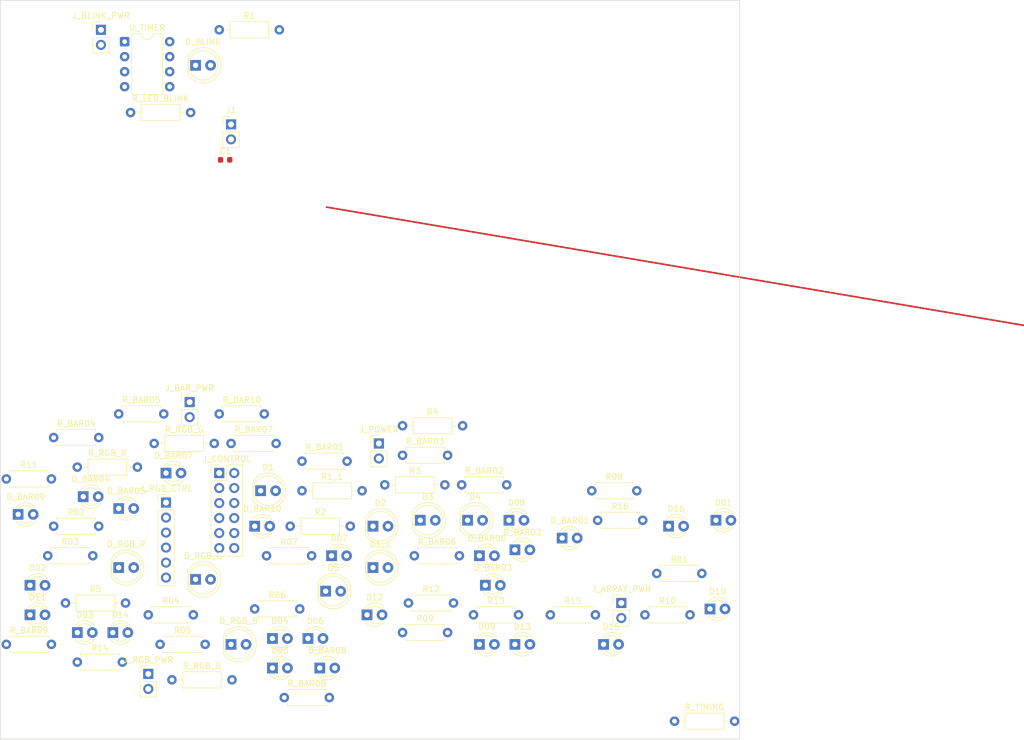
<source format=kicad_pcb>
(kicad_pcb (version 20241229) (generator "pcbnew") (generator_version "9.0")
  (layers (0 "F.Cu" signal) (2 "B.Cu" signal) (13 "F.Paste" user) (15 "B.Paste" user) (5 "F.SilkS" user "F.Silkscreen") (7 "B.SilkS" user "B.Silkscreen") (1 "F.Mask" user) (3 "B.Mask" user) (25 "Edge.Cuts" user))
  (net 0 "")
  (net 1 "SIGNAL")
  (net 2 "VCC")
  (net 3 "GND")
  (net 4 "VCC_2")
  (net 5 "N$11")
  (net 6 "LED_CTRL_10")
  (net 7 "N$32")
  (net 8 "LED_CTRL_9")
  (net 9 "N$31")
  (net 10 "LED_CTRL_8")
  (net 11 "N$30")
  (net 12 "N$29")
  (net 13 "LED_CTRL_7")
  (net 14 "LED_CTRL_5")
  (net 15 "N$27")
  (net 16 "N$26")
  (net 17 "LED_CTRL_4")
  (net 18 "LED_CTRL_3")
  (net 19 "N$25")
  (net 20 "LED_CTRL_2")
  (net 21 "N$24")
  (net 22 "LED_CTRL_1")
  (net 23 "N$23")
  (net 24 "N$16")
  (net 25 "N$15")
  (net 26 "N$14")
  (net 27 "N$12")
  (net 28 "N$13")
  (net 29 "LED_CTRL_6")
  (net 30 "N$28")
  (net 31 "N$22")
  (net 32 "N$21")
  (net 33 "N$10")
  (net 34 "N$9")
  (net 35 "N$20")
  (net 36 "N$8")
  (net 37 "N$7")
  (net 38 "N$19")
  (net 39 "N$18")
  (net 40 "N$17")
  (net 41 "N$2")
  (net 42 "VCC_1")
  (net 43 "N$6")
  (net 44 "N$5")
  (net 45 "N$4")
  (net 46 "N$3")
  (net 47 "N$1")
  (net 48 "TIMER_OUTPUT")
  (net 49 "N$36")
  (net 50 "RGB_BLUE_CTRL")
  (net 51 "N$35")
  (net 52 "RGB_GREEN_CTRL")
  (net 53 "N$34")
  (net 54 "RGB_RED_CTRL")
  (net 55 "N$33")
  (net 56 "VCC_5")
  (net 57 "GND_5")
  (net 58 "GND_4")
  (net 59 "GND_1")
  (net 60 "GND_2")
  (net 61 "GND_3")
  (net 62 "VCC_3")
  (net 63 "VCC_4")
  (footprint "LED_THT:LED_D3.0mm" (layer "F.Cu") (at 81 94)
    (property "Reference" "D_BAR06" (at 1.27 -2.96 0) (layer "F.SilkS"))
    (property "Value" "Green")
    (pad "1" thru_hole rect (at 0 0) (size 1.8 1.8) (drill 0.9) (layers "*.Cu" "*.Mask") (net 30 "N$28"))
    (pad "2" thru_hole circle (at 2.54 0) (size 1.8 1.8) (drill 0.9) (layers "*.Cu" "*.Mask") (net 61 "GND_3"))
  )
  (footprint "LED_THT:LED_D3.0mm" (layer "F.Cu") (at 54 113)
    (property "Reference" "D_BAR08" (at 1.27 -2.96 0) (layer "F.SilkS"))
    (property "Value" "Yellow")
    (pad "1" thru_hole rect (at 0 0) (size 1.8 1.8) (drill 0.9) (layers "*.Cu" "*.Mask") (net 11 "N$30"))
    (pad "2" thru_hole circle (at 2.54 0) (size 1.8 1.8) (drill 0.9) (layers "*.Cu" "*.Mask") (net 61 "GND_3"))
  )
  (footprint "Resistor_THT:R_Axial_DIN0207_L6.3mm_D2.5mm_P7.62mm_Horizontal" (layer "F.Cu") (at 93 104)
    (property "Reference" "R15" (at 3.81 -2.37 0) (layer "F.SilkS"))
    (property "Value" "470")
    (pad "1" thru_hole circle (at 0 0) (size 1.6 1.6) (drill 0.8) (layers "*.Cu" "*.Mask") (net 4 "VCC_2"))
    (pad "2" thru_hole circle (at 7.62 0) (size 1.6 1.6) (drill 0.8) (layers "*.Cu" "*.Mask") (net 32 "N$21"))
  )
  (footprint "LED_THT:LED_D5.0mm" (layer "F.Cu") (at 20 96)
    (property "Reference" "D_RGB_R" (at 1.27 -3.96 0) (layer "F.SilkS"))
    (property "Value" "Red")
    (pad "1" thru_hole rect (at 0 0) (size 1.8 1.8) (drill 0.9) (layers "*.Cu" "*.Mask") (net 55 "N$33"))
    (pad "2" thru_hole circle (at 2.54 0) (size 1.8 1.8) (drill 0.9) (layers "*.Cu" "*.Mask") (net 58 "GND_4"))
  )
  (footprint "Resistor_THT:R_Axial_DIN0207_L6.3mm_D2.5mm_P7.62mm_Horizontal" (layer "F.Cu") (at 1 109)
    (property "Reference" "R_BAR09" (at 3.81 -2.37 0) (layer "F.SilkS"))
    (property "Value" "470")
    (pad "1" thru_hole circle (at 0 0) (size 1.6 1.6) (drill 0.8) (layers "*.Cu" "*.Mask") (net 8 "LED_CTRL_9"))
    (pad "2" thru_hole circle (at 7.62 0) (size 1.6 1.6) (drill 0.8) (layers "*.Cu" "*.Mask") (net 9 "N$31"))
  )
  (footprint "Connector_PinHeader_2.54mm:PinHeader_1x06_P2.54mm_Vertical" (layer "F.Cu") (at 28 85)
    (property "Reference" "J_RGB_CTRL" (at 0 -2.38 0) (layer "F.SilkS"))
    (property "Value" "Conn_01x06_Pin")
    (pad "1" thru_hole rect (at 0 0) (size 1.7 1.7) (drill 1) (layers "*.Cu" "*.Mask") (net 54 "RGB_RED_CTRL"))
    (pad "2" thru_hole circle (at 0 2.54) (size 1.7 1.7) (drill 1) (layers "*.Cu" "*.Mask") (net 52 "RGB_GREEN_CTRL"))
    (pad "3" thru_hole circle (at 0 5.08) (size 1.7 1.7) (drill 1) (layers "*.Cu" "*.Mask") (net 50 "RGB_BLUE_CTRL"))
    (pad "4" thru_hole circle (at 0 7.62) (size 1.7 1.7) (drill 1) (layers "*.Cu" "*.Mask"))
    (pad "5" thru_hole circle (at 0 10.16) (size 1.7 1.7) (drill 1) (layers "*.Cu" "*.Mask") (net 63 "VCC_4"))
    (pad "6" thru_hole circle (at 0 12.7) (size 1.7 1.7) (drill 1) (layers "*.Cu" "*.Mask") (net 58 "GND_4"))
  )
  (footprint "Resistor_THT:R_Axial_DIN0207_L6.3mm_D2.5mm_P7.62mm_Horizontal" (layer "F.Cu") (at 37 70)
    (property "Reference" "R_BAR10" (at 3.81 -2.37 0) (layer "F.SilkS"))
    (property "Value" "470")
    (pad "1" thru_hole circle (at 0 0) (size 1.6 1.6) (drill 0.8) (layers "*.Cu" "*.Mask") (net 6 "LED_CTRL_10"))
    (pad "2" thru_hole circle (at 7.62 0) (size 1.6 1.6) (drill 0.8) (layers "*.Cu" "*.Mask") (net 7 "N$32"))
  )
  (footprint "LED_THT:LED_D3.0mm" (layer "F.Cu") (at 102 109)
    (property "Reference" "D15" (at 1.27 -2.96 0) (layer "F.SilkS"))
    (property "Value" "Red")
    (pad "1" thru_hole rect (at 0 0) (size 1.8 1.8) (drill 0.9) (layers "*.Cu" "*.Mask") (net 32 "N$21"))
    (pad "2" thru_hole circle (at 2.54 0) (size 1.8 1.8) (drill 0.9) (layers "*.Cu" "*.Mask") (net 60 "GND_2"))
  )
  (footprint "Connector_PinHeader_2.54mm:PinHeader_2x06_P2.54mm_Vertical" (layer "F.Cu") (at 37 80)
    (property "Reference" "J_CONTROL" (at 1.27 -2.38 0) (layer "F.SilkS"))
    (property "Value" "Conn_02x06_Odd_Even")
    (pad "1" thru_hole rect (at 0 0) (size 1.7 1.7) (drill 1) (layers "*.Cu" "*.Mask") (net 22 "LED_CTRL_1"))
    (pad "2" thru_hole circle (at 2.54 0) (size 1.7 1.7) (drill 1) (layers "*.Cu" "*.Mask") (net 20 "LED_CTRL_2"))
    (pad "3" thru_hole circle (at 0 2.54) (size 1.7 1.7) (drill 1) (layers "*.Cu" "*.Mask") (net 18 "LED_CTRL_3"))
    (pad "4" thru_hole circle (at 2.54 2.54) (size 1.7 1.7) (drill 1) (layers "*.Cu" "*.Mask") (net 17 "LED_CTRL_4"))
    (pad "5" thru_hole circle (at 0 5.08) (size 1.7 1.7) (drill 1) (layers "*.Cu" "*.Mask") (net 14 "LED_CTRL_5"))
    (pad "6" thru_hole circle (at 2.54 5.08) (size 1.7 1.7) (drill 1) (layers "*.Cu" "*.Mask") (net 29 "LED_CTRL_6"))
    (pad "7" thru_hole circle (at 0 7.62) (size 1.7 1.7) (drill 1) (layers "*.Cu" "*.Mask") (net 13 "LED_CTRL_7"))
    (pad "8" thru_hole circle (at 2.54 7.62) (size 1.7 1.7) (drill 1) (layers "*.Cu" "*.Mask") (net 10 "LED_CTRL_8"))
    (pad "9" thru_hole circle (at 0 10.16) (size 1.7 1.7) (drill 1) (layers "*.Cu" "*.Mask") (net 8 "LED_CTRL_9"))
    (pad "10" thru_hole circle (at 2.54 10.16) (size 1.7 1.7) (drill 1) (layers "*.Cu" "*.Mask") (net 6 "LED_CTRL_10"))
    (pad "11" thru_hole circle (at 0 12.7) (size 1.7 1.7) (drill 1) (layers "*.Cu" "*.Mask") (net 62 "VCC_3"))
    (pad "12" thru_hole circle (at 2.54 12.7) (size 1.7 1.7) (drill 1) (layers "*.Cu" "*.Mask") (net 61 "GND_3"))
  )
  (footprint "Resistor_THT:R_Axial_DIN0207_L6.3mm_D2.5mm_P7.62mm_Horizontal" (layer "F.Cu") (at 13 112)
    (property "Reference" "R14" (at 3.81 -2.37 0) (layer "F.SilkS"))
    (property "Value" "470")
    (pad "1" thru_hole circle (at 0 0) (size 1.6 1.6) (drill 0.8) (layers "*.Cu" "*.Mask") (net 4 "VCC_2"))
    (pad "2" thru_hole circle (at 7.62 0) (size 1.6 1.6) (drill 0.8) (layers "*.Cu" "*.Mask") (net 35 "N$20"))
  )
  (footprint "Resistor_THT:R_Axial_DIN0207_L6.3mm_D2.5mm_P7.62mm_Horizontal" (layer "F.Cu") (at 9 89)
    (property "Reference" "R02" (at 3.81 -2.37 0) (layer "F.SilkS"))
    (property "Value" "470")
    (pad "1" thru_hole circle (at 0 0) (size 1.6 1.6) (drill 0.8) (layers "*.Cu" "*.Mask") (net 4 "VCC_2"))
    (pad "2" thru_hole circle (at 7.62 0) (size 1.6 1.6) (drill 0.8) (layers "*.Cu" "*.Mask") (net 36 "N$8"))
  )
  (footprint "LED_THT:LED_D3.0mm" (layer "F.Cu") (at 56 94)
    (property "Reference" "D07" (at 1.27 -2.96 0) (layer "F.SilkS"))
    (property "Value" "Red")
    (pad "1" thru_hole rect (at 0 0) (size 1.8 1.8) (drill 0.9) (layers "*.Cu" "*.Mask") (net 28 "N$13"))
    (pad "2" thru_hole circle (at 2.54 0) (size 1.8 1.8) (drill 0.9) (layers "*.Cu" "*.Mask") (net 60 "GND_2"))
  )
  (footprint "Resistor_THT:R_Axial_DIN0207_L6.3mm_D2.5mm_P7.62mm_Horizontal" (layer "F.Cu") (at 45 94)
    (property "Reference" "R07" (at 3.81 -2.37 0) (layer "F.SilkS"))
    (property "Value" "470")
    (pad "1" thru_hole circle (at 0 0) (size 1.6 1.6) (drill 0.8) (layers "*.Cu" "*.Mask") (net 4 "VCC_2"))
    (pad "2" thru_hole circle (at 7.62 0) (size 1.6 1.6) (drill 0.8) (layers "*.Cu" "*.Mask") (net 28 "N$13"))
  )
  (footprint "Resistor_THT:R_Axial_DIN0207_L6.3mm_D2.5mm_P7.62mm_Horizontal" (layer "F.Cu") (at 68 107)
    (property "Reference" "R09" (at 3.81 -2.37 0) (layer "F.SilkS"))
    (property "Value" "470")
    (pad "1" thru_hole circle (at 0 0) (size 1.6 1.6) (drill 0.8) (layers "*.Cu" "*.Mask") (net 4 "VCC_2"))
    (pad "2" thru_hole circle (at 7.62 0) (size 1.6 1.6) (drill 0.8) (layers "*.Cu" "*.Mask") (net 25 "N$15"))
  )
  (footprint "LED_THT:LED_D3.0mm" (layer "F.Cu") (at 87 109)
    (property "Reference" "D13" (at 1.27 -2.96 0) (layer "F.SilkS"))
    (property "Value" "Red")
    (pad "1" thru_hole rect (at 0 0) (size 1.8 1.8) (drill 0.9) (layers "*.Cu" "*.Mask") (net 38 "N$19"))
    (pad "2" thru_hole circle (at 2.54 0) (size 1.8 1.8) (drill 0.9) (layers "*.Cu" "*.Mask") (net 60 "GND_2"))
  )
  (footprint "LED_THT:LED_D3.0mm" (layer "F.Cu") (at 95 91)
    (property "Reference" "D_BAR01" (at 1.27 -2.96 0) (layer "F.SilkS"))
    (property "Value" "Green")
    (pad "1" thru_hole rect (at 0 0) (size 1.8 1.8) (drill 0.9) (layers "*.Cu" "*.Mask") (net 23 "N$23"))
    (pad "2" thru_hole circle (at 2.54 0) (size 1.8 1.8) (drill 0.9) (layers "*.Cu" "*.Mask") (net 61 "GND_3"))
  )
  (footprint "Resistor_THT:R_Axial_DIN0207_L6.3mm_D2.5mm_P7.62mm_Horizontal" (layer "F.Cu") (at 8 94)
    (property "Reference" "R03" (at 3.81 -2.37 0) (layer "F.SilkS"))
    (property "Value" "470")
    (pad "1" thru_hole circle (at 0 0) (size 1.6 1.6) (drill 0.8) (layers "*.Cu" "*.Mask") (net 4 "VCC_2"))
    (pad "2" thru_hole circle (at 7.62 0) (size 1.6 1.6) (drill 0.8) (layers "*.Cu" "*.Mask") (net 34 "N$9"))
  )
  (footprint "Resistor_THT:R_Axial_DIN0207_L6.3mm_D2.5mm_P7.62mm_Horizontal" (layer "F.Cu") (at 78 82)
    (property "Reference" "R_BAR02" (at 3.81 -2.37 0) (layer "F.SilkS"))
    (property "Value" "470")
    (pad "1" thru_hole circle (at 0 0) (size 1.6 1.6) (drill 0.8) (layers "*.Cu" "*.Mask") (net 20 "LED_CTRL_2"))
    (pad "2" thru_hole circle (at 7.62 0) (size 1.6 1.6) (drill 0.8) (layers "*.Cu" "*.Mask") (net 21 "N$24"))
  )
  (footprint "Connector_PinHeader_2.54mm:PinHeader_1x02_P2.54mm_Vertical" (layer "F.Cu") (at 17 5)
    (property "Reference" "J_BLINK_PWR" (at 0 -2.38 0) (layer "F.SilkS"))
    (property "Value" "Conn_01x02_Pin")
    (pad "1" thru_hole rect (at 0 0) (size 1.7 1.7) (drill 1) (layers "*.Cu" "*.Mask") (net 56 "VCC_5"))
    (pad "2" thru_hole circle (at 0 2.54) (size 1.7 1.7) (drill 1) (layers "*.Cu" "*.Mask") (net 57 "GND_5"))
  )
  (footprint "LED_THT:LED_D3.0mm" (layer "F.Cu") (at 14 84)
    (property "Reference" "D_BAR04" (at 1.27 -2.96 0) (layer "F.SilkS"))
    (property "Value" "Green")
    (pad "1" thru_hole rect (at 0 0) (size 1.8 1.8) (drill 0.9) (layers "*.Cu" "*.Mask") (net 16 "N$26"))
    (pad "2" thru_hole circle (at 2.54 0) (size 1.8 1.8) (drill 0.9) (layers "*.Cu" "*.Mask") (net 61 "GND_3"))
  )
  (footprint "Resistor_THT:R_Axial_DIN0207_L6.3mm_D2.5mm_P10.16mm_Horizontal" (layer "F.Cu") (at 26 75)
    (property "Reference" "R_RGB_G" (at 5.08 -2.37 0) (layer "F.SilkS"))
    (property "Value" "330")
    (pad "1" thru_hole circle (at 0 0) (size 1.6 1.6) (drill 0.8) (layers "*.Cu" "*.Mask") (net 52 "RGB_GREEN_CTRL"))
    (pad "2" thru_hole circle (at 10.16 0) (size 1.6 1.6) (drill 0.8) (layers "*.Cu" "*.Mask") (net 53 "N$34"))
  )
  (footprint "LED_THT:LED_D5.0mm" (layer "F.Cu") (at 33 11)
    (property "Reference" "D_BLINK" (at 1.27 -3.96 0) (layer "F.SilkS"))
    (property "Value" "Red")
    (pad "1" thru_hole rect (at 0 0) (size 1.8 1.8) (drill 0.9) (layers "*.Cu" "*.Mask") (net 49 "N$36"))
    (pad "2" thru_hole circle (at 2.54 0) (size 1.8 1.8) (drill 0.9) (layers "*.Cu" "*.Mask") (net 57 "GND_5"))
  )
  (footprint "Resistor_THT:R_Axial_DIN0207_L6.3mm_D2.5mm_P10.16mm_Horizontal" (layer "F.Cu") (at 22 19)
    (property "Reference" "R_LED_BLINK" (at 5.08 -2.37 0) (layer "F.SilkS"))
    (property "Value" "330")
    (pad "1" thru_hole circle (at 0 0) (size 1.6 1.6) (drill 0.8) (layers "*.Cu" "*.Mask") (net 48 "TIMER_OUTPUT"))
    (pad "2" thru_hole circle (at 10.16 0) (size 1.6 1.6) (drill 0.8) (layers "*.Cu" "*.Mask") (net 49 "N$36"))
  )
  (footprint "Resistor_THT:R_Axial_DIN0207_L6.3mm_D2.5mm_P7.62mm_Horizontal" (layer "F.Cu") (at 101 88)
    (property "Reference" "R16" (at 3.81 -2.37 0) (layer "F.SilkS"))
    (property "Value" "470")
    (pad "1" thru_hole circle (at 0 0) (size 1.6 1.6) (drill 0.8) (layers "*.Cu" "*.Mask") (net 4 "VCC_2"))
    (pad "2" thru_hole circle (at 7.62 0) (size 1.6 1.6) (drill 0.8) (layers "*.Cu" "*.Mask") (net 31 "N$22"))
  )
  (footprint "Resistor_THT:R_Axial_DIN0207_L6.3mm_D2.5mm_P7.62mm_Horizontal" (layer "F.Cu") (at 109 104)
    (property "Reference" "R10" (at 3.81 -2.37 0) (layer "F.SilkS"))
    (property "Value" "470")
    (pad "1" thru_hole circle (at 0 0) (size 1.6 1.6) (drill 0.8) (layers "*.Cu" "*.Mask") (net 4 "VCC_2"))
    (pad "2" thru_hole circle (at 7.62 0) (size 1.6 1.6) (drill 0.8) (layers "*.Cu" "*.Mask") (net 24 "N$16"))
  )
  (footprint "Resistor_THT:R_Axial_DIN0207_L6.3mm_D2.5mm_P7.62mm_Horizontal" (layer "F.Cu") (at 68 77)
    (property "Reference" "R_BAR03" (at 3.81 -2.37 0) (layer "F.SilkS"))
    (property "Value" "470")
    (pad "1" thru_hole circle (at 0 0) (size 1.6 1.6) (drill 0.8) (layers "*.Cu" "*.Mask") (net 18 "LED_CTRL_3"))
    (pad "2" thru_hole circle (at 7.62 0) (size 1.6 1.6) (drill 0.8) (layers "*.Cu" "*.Mask") (net 19 "N$25"))
  )
  (footprint "Resistor_THT:R_Axial_DIN0207_L6.3mm_D2.5mm_P10.16mm_Horizontal" (layer "F.Cu") (at 49 89)
    (property "Reference" "R2" (at 5.08 -2.37 0) (layer "F.SilkS"))
    (property "Value" "330")
    (pad "1" thru_hole circle (at 0 0) (size 1.6 1.6) (drill 0.8) (layers "*.Cu" "*.Mask") (net 42 "VCC_1"))
    (pad "2" thru_hole circle (at 10.16 0) (size 1.6 1.6) (drill 0.8) (layers "*.Cu" "*.Mask") (net 46 "N$3"))
  )
  (footprint "LED_THT:LED_D3.0mm" (layer "F.Cu") (at 52 108)
    (property "Reference" "D06" (at 1.27 -2.96 0) (layer "F.SilkS"))
    (property "Value" "Red")
    (pad "1" thru_hole rect (at 0 0) (size 1.8 1.8) (drill 0.9) (layers "*.Cu" "*.Mask") (net 27 "N$12"))
    (pad "2" thru_hole circle (at 2.54 0) (size 1.8 1.8) (drill 0.9) (layers "*.Cu" "*.Mask") (net 60 "GND_2"))
  )
  (footprint "LED_THT:LED_D5.0mm" (layer "F.Cu") (at 63 89)
    (property "Reference" "D2" (at 1.27 -3.96 0) (layer "F.SilkS"))
    (property "Value" "Green")
    (pad "1" thru_hole rect (at 0 0) (size 1.8 1.8) (drill 0.9) (layers "*.Cu" "*.Mask") (net 46 "N$3"))
    (pad "2" thru_hole circle (at 2.54 0) (size 1.8 1.8) (drill 0.9) (layers "*.Cu" "*.Mask") (net 59 "GND_1"))
  )
  (footprint "LED_THT:LED_D5.0mm" (layer "F.Cu") (at 55 100)
    (property "Reference" "D5" (at 1.27 -3.96 0) (layer "F.SilkS"))
    (property "Value" "White")
    (pad "1" thru_hole rect (at 0 0) (size 1.8 1.8) (drill 0.9) (layers "*.Cu" "*.Mask") (net 43 "N$6"))
    (pad "2" thru_hole circle (at 2.54 0) (size 1.8 1.8) (drill 0.9) (layers "*.Cu" "*.Mask") (net 59 "GND_1"))
  )
  (footprint "LED_THT:LED_D3.0mm" (layer "F.Cu") (at 3 87)
    (property "Reference" "D_BAR09" (at 1.27 -2.96 0) (layer "F.SilkS"))
    (property "Value" "Red")
    (pad "1" thru_hole rect (at 0 0) (size 1.8 1.8) (drill 0.9) (layers "*.Cu" "*.Mask") (net 9 "N$31"))
    (pad "2" thru_hole circle (at 2.54 0) (size 1.8 1.8) (drill 0.9) (layers "*.Cu" "*.Mask") (net 61 "GND_3"))
  )
  (footprint "LED_THT:LED_D3.0mm" (layer "F.Cu") (at 121 88)
    (property "Reference" "D01" (at 1.27 -2.96 0) (layer "F.SilkS"))
    (property "Value" "Red")
    (pad "1" thru_hole rect (at 0 0) (size 1.8 1.8) (drill 0.9) (layers "*.Cu" "*.Mask") (net 37 "N$7"))
    (pad "2" thru_hole circle (at 2.54 0) (size 1.8 1.8) (drill 0.9) (layers "*.Cu" "*.Mask") (net 60 "GND_2"))
  )
  (footprint "Resistor_THT:R_Axial_DIN0207_L6.3mm_D2.5mm_P7.62mm_Horizontal" (layer "F.Cu") (at 39 75)
    (property "Reference" "R_BAR07" (at 3.81 -2.37 0) (layer "F.SilkS"))
    (property "Value" "470")
    (pad "1" thru_hole circle (at 0 0) (size 1.6 1.6) (drill 0.8) (layers "*.Cu" "*.Mask") (net 13 "LED_CTRL_7"))
    (pad "2" thru_hole circle (at 7.62 0) (size 1.6 1.6) (drill 0.8) (layers "*.Cu" "*.Mask") (net 12 "N$29"))
  )
  (footprint "LED_THT:LED_D5.0mm" (layer "F.Cu") (at 33 98)
    (property "Reference" "D_RGB_G" (at 1.27 -3.96 0) (layer "F.SilkS"))
    (property "Value" "Green")
    (pad "1" thru_hole rect (at 0 0) (size 1.8 1.8) (drill 0.9) (layers "*.Cu" "*.Mask") (net 53 "N$34"))
    (pad "2" thru_hole circle (at 2.54 0) (size 1.8 1.8) (drill 0.9) (layers "*.Cu" "*.Mask") (net 58 "GND_4"))
  )
  (footprint "Resistor_THT:R_Axial_DIN0207_L6.3mm_D2.5mm_P7.62mm_Horizontal" (layer "F.Cu") (at 69 102)
    (property "Reference" "R12" (at 3.81 -2.37 0) (layer "F.SilkS"))
    (property "Value" "470")
    (pad "1" thru_hole circle (at 0 0) (size 1.6 1.6) (drill 0.8) (layers "*.Cu" "*.Mask") (net 4 "VCC_2"))
    (pad "2" thru_hole circle (at 7.62 0) (size 1.6 1.6) (drill 0.8) (layers "*.Cu" "*.Mask") (net 39 "N$18"))
  )
  (footprint "Resistor_THT:R_Axial_DIN0207_L6.3mm_D2.5mm_P7.62mm_Horizontal" (layer "F.Cu") (at 51 78)
    (property "Reference" "R_BAR01" (at 3.81 -2.37 0) (layer "F.SilkS"))
    (property "Value" "470")
    (pad "1" thru_hole circle (at 0 0) (size 1.6 1.6) (drill 0.8) (layers "*.Cu" "*.Mask") (net 22 "LED_CTRL_1"))
    (pad "2" thru_hole circle (at 7.62 0) (size 1.6 1.6) (drill 0.8) (layers "*.Cu" "*.Mask") (net 23 "N$23"))
  )
  (footprint "LED_THT:LED_D3.0mm" (layer "F.Cu") (at 46 108)
    (property "Reference" "D04" (at 1.27 -2.96 0) (layer "F.SilkS"))
    (property "Value" "Red")
    (pad "1" thru_hole rect (at 0 0) (size 1.8 1.8) (drill 0.9) (layers "*.Cu" "*.Mask") (net 33 "N$10"))
    (pad "2" thru_hole circle (at 2.54 0) (size 1.8 1.8) (drill 0.9) (layers "*.Cu" "*.Mask") (net 60 "GND_2"))
  )
  (footprint "LED_THT:LED_D3.0mm" (layer "F.Cu") (at 120 103)
    (property "Reference" "D10" (at 1.27 -2.96 0) (layer "F.SilkS"))
    (property "Value" "Red")
    (pad "1" thru_hole rect (at 0 0) (size 1.8 1.8) (drill 0.9) (layers "*.Cu" "*.Mask") (net 24 "N$16"))
    (pad "2" thru_hole circle (at 2.54 0) (size 1.8 1.8) (drill 0.9) (layers "*.Cu" "*.Mask") (net 60 "GND_2"))
  )
  (footprint "LED_THT:LED_D3.0mm" (layer "F.Cu") (at 87 93)
    (property "Reference" "D_BAR02" (at 1.27 -2.96 0) (layer "F.SilkS"))
    (property "Value" "Green")
    (pad "1" thru_hole rect (at 0 0) (size 1.8 1.8) (drill 0.9) (layers "*.Cu" "*.Mask") (net 21 "N$24"))
    (pad "2" thru_hole circle (at 2.54 0) (size 1.8 1.8) (drill 0.9) (layers "*.Cu" "*.Mask") (net 61 "GND_3"))
  )
  (footprint "LED_THT:LED_D5.0mm" (layer "F.Cu") (at 63 96)
    (property "Reference" "D1_1" (at 1.27 -3.96 0) (layer "F.SilkS"))
    (property "Value" "Red")
    (pad "1" thru_hole rect (at 0 0) (size 1.8 1.8) (drill 0.9) (layers "*.Cu" "*.Mask") (net 41 "N$2"))
    (pad "2" thru_hole circle (at 2.54 0) (size 1.8 1.8) (drill 0.9) (layers "*.Cu" "*.Mask") (net 59 "GND_1"))
  )
  (footprint "Resistor_THT:R_Axial_DIN0207_L6.3mm_D2.5mm_P10.16mm_Horizontal" (layer "F.Cu") (at 11 102)
    (property "Reference" "R5" (at 5.08 -2.37 0) (layer "F.SilkS"))
    (property "Value" "220")
    (pad "1" thru_hole circle (at 0 0) (size 1.6 1.6) (drill 0.8) (layers "*.Cu" "*.Mask") (net 42 "VCC_1"))
    (pad "2" thru_hole circle (at 10.16 0) (size 1.6 1.6) (drill 0.8) (layers "*.Cu" "*.Mask") (net 43 "N$6"))
  )
  (footprint "Resistor_THT:R_Axial_DIN0207_L6.3mm_D2.5mm_P7.62mm_Horizontal" (layer "F.Cu") (at 80 104)
    (property "Reference" "R13" (at 3.81 -2.37 0) (layer "F.SilkS"))
    (property "Value" "470")
    (pad "1" thru_hole circle (at 0 0) (size 1.6 1.6) (drill 0.8) (layers "*.Cu" "*.Mask") (net 4 "VCC_2"))
    (pad "2" thru_hole circle (at 7.62 0) (size 1.6 1.6) (drill 0.8) (layers "*.Cu" "*.Mask") (net 38 "N$19"))
  )
  (footprint "LED_THT:LED_D3.0mm" (layer "F.Cu") (at 82 99)
    (property "Reference" "D_BAR03" (at 1.27 -2.96 0) (layer "F.SilkS"))
    (property "Value" "Green")
    (pad "1" thru_hole rect (at 0 0) (size 1.8 1.8) (drill 0.9) (layers "*.Cu" "*.Mask") (net 19 "N$25"))
    (pad "2" thru_hole circle (at 2.54 0) (size 1.8 1.8) (drill 0.9) (layers "*.Cu" "*.Mask") (net 61 "GND_3"))
  )
  (footprint "Connector_PinHeader_2.54mm:PinHeader_1x02_P2.54mm_Vertical" (layer "F.Cu") (at 25 114)
    (property "Reference" "J_RGB_PWR" (at 0 -2.38 0) (layer "F.SilkS"))
    (property "Value" "Conn_01x02_Pin")
    (pad "1" thru_hole rect (at 0 0) (size 1.7 1.7) (drill 1) (layers "*.Cu" "*.Mask") (net 63 "VCC_4"))
    (pad "2" thru_hole circle (at 0 2.54) (size 1.7 1.7) (drill 1) (layers "*.Cu" "*.Mask") (net 58 "GND_4"))
  )
  (footprint "LED_THT:LED_D5.0mm" (layer "F.Cu") (at 79 88)
    (property "Reference" "D4" (at 1.27 -3.96 0) (layer "F.SilkS"))
    (property "Value" "Yellow")
    (pad "1" thru_hole rect (at 0 0) (size 1.8 1.8) (drill 0.9) (layers "*.Cu" "*.Mask") (net 44 "N$5"))
    (pad "2" thru_hole circle (at 2.54 0) (size 1.8 1.8) (drill 0.9) (layers "*.Cu" "*.Mask") (net 59 "GND_1"))
  )
  (footprint "Resistor_THT:R_Axial_DIN0207_L6.3mm_D2.5mm_P7.62mm_Horizontal" (layer "F.Cu") (at 43 103)
    (property "Reference" "R06" (at 3.81 -2.37 0) (layer "F.SilkS"))
    (property "Value" "470")
    (pad "1" thru_hole circle (at 0 0) (size 1.6 1.6) (drill 0.8) (layers "*.Cu" "*.Mask") (net 4 "VCC_2"))
    (pad "2" thru_hole circle (at 7.62 0) (size 1.6 1.6) (drill 0.8) (layers "*.Cu" "*.Mask") (net 27 "N$12"))
  )
  (footprint "Connector_PinHeader_2.54mm:PinHeader_1x02_P2.54mm_Vertical" (layer "F.Cu") (at 39 21)
    (property "Reference" "J1" (at 0 -2.38 0) (layer "F.SilkS"))
    (property "Value" "Conn_01x02_Pin")
    (pad "1" thru_hole rect (at 0 0) (size 1.7 1.7) (drill 1) (layers "*.Cu" "*.Mask") (net 2 "VCC"))
    (pad "2" thru_hole circle (at 0 2.54) (size 1.7 1.7) (drill 1) (layers "*.Cu" "*.Mask") (net 3 "GND"))
  )
  (footprint "LED_THT:LED_D3.0mm" (layer "F.Cu") (at 5 104)
    (property "Reference" "D11" (at 1.27 -2.96 0) (layer "F.SilkS"))
    (property "Value" "Red")
    (pad "1" thru_hole rect (at 0 0) (size 1.8 1.8) (drill 0.9) (layers "*.Cu" "*.Mask") (net 40 "N$17"))
    (pad "2" thru_hole circle (at 2.54 0) (size 1.8 1.8) (drill 0.9) (layers "*.Cu" "*.Mask") (net 60 "GND_2"))
  )
  (footprint "LED_THT:LED_D5.0mm" (layer "F.Cu") (at 39 109)
    (property "Reference" "D_RGB_B" (at 1.27 -3.96 0) (layer "F.SilkS"))
    (property "Value" "Blue")
    (pad "1" thru_hole rect (at 0 0) (size 1.8 1.8) (drill 0.9) (layers "*.Cu" "*.Mask") (net 51 "N$35"))
    (pad "2" thru_hole circle (at 2.54 0) (size 1.8 1.8) (drill 0.9) (layers "*.Cu" "*.Mask") (net 58 "GND_4"))
  )
  (footprint "Capacitor_SMD:C_0603_1608Metric" (layer "F.Cu") (at 38 27)
    (property "Reference" "C1" (at 0 -1.43 0) (layer "F.SilkS"))
    (property "Value" "100nF")
    (pad "1" smd roundrect (at -0.775 0) (size 0.9 0.95) (layers "F.Cu" "F.Mask" "F.Paste") (net 1 "SIGNAL"))
    (pad "2" smd roundrect (at 0.775 0) (size 0.9 0.95) (layers "F.Cu" "F.Mask" "F.Paste") (net 3 "GND"))
  )
  (footprint "Resistor_THT:R_Axial_DIN0207_L6.3mm_D2.5mm_P10.16mm_Horizontal" (layer "F.Cu") (at 29 115)
    (property "Reference" "R_RGB_B" (at 5.08 -2.37 0) (layer "F.SilkS"))
    (property "Value" "220")
    (pad "1" thru_hole circle (at 0 0) (size 1.6 1.6) (drill 0.8) (layers "*.Cu" "*.Mask") (net 50 "RGB_BLUE_CTRL"))
    (pad "2" thru_hole circle (at 10.16 0) (size 1.6 1.6) (drill 0.8) (layers "*.Cu" "*.Mask") (net 51 "N$35"))
  )
  (footprint "Connector_PinHeader_2.54mm:PinHeader_1x02_P2.54mm_Vertical" (layer "F.Cu") (at 105 102)
    (property "Reference" "J_ARRAY_PWR" (at 0 -2.38 0) (layer "F.SilkS"))
    (property "Value" "Conn_01x02_Pin")
    (pad "1" thru_hole rect (at 0 0) (size 1.7 1.7) (drill 1) (layers "*.Cu" "*.Mask") (net 4 "VCC_2"))
    (pad "2" thru_hole circle (at 0 2.54) (size 1.7 1.7) (drill 1) (layers "*.Cu" "*.Mask") (net 60 "GND_2"))
  )
  (footprint "LED_THT:LED_D5.0mm" (layer "F.Cu") (at 44 83)
    (property "Reference" "D1" (at 1.27 -3.96 0) (layer "F.SilkS"))
    (property "Value" "Red")
    (pad "1" thru_hole rect (at 0 0) (size 1.8 1.8) (drill 0.9) (layers "*.Cu" "*.Mask") (net 47 "N$1"))
    (pad "2" thru_hole circle (at 2.54 0) (size 1.8 1.8) (drill 0.9) (layers "*.Cu" "*.Mask") (net 3 "GND"))
  )
  (footprint "LED_THT:LED_D3.0mm" (layer "F.Cu") (at 43 89)
    (property "Reference" "D_BAR10" (at 1.27 -2.96 0) (layer "F.SilkS"))
    (property "Value" "Red")
    (pad "1" thru_hole rect (at 0 0) (size 1.8 1.8) (drill 0.9) (layers "*.Cu" "*.Mask") (net 7 "N$32"))
    (pad "2" thru_hole circle (at 2.54 0) (size 1.8 1.8) (drill 0.9) (layers "*.Cu" "*.Mask") (net 61 "GND_3"))
  )
  (footprint "LED_THT:LED_D3.0mm" (layer "F.Cu") (at 20 86)
    (property "Reference" "D_BAR05" (at 1.27 -2.96 0) (layer "F.SilkS"))
    (property "Value" "Green")
    (pad "1" thru_hole rect (at 0 0) (size 1.8 1.8) (drill 0.9) (layers "*.Cu" "*.Mask") (net 15 "N$27"))
    (pad "2" thru_hole circle (at 2.54 0) (size 1.8 1.8) (drill 0.9) (layers "*.Cu" "*.Mask") (net 61 "GND_3"))
  )
  (footprint "Resistor_THT:R_Axial_DIN0207_L6.3mm_D2.5mm_P7.62mm_Horizontal" (layer "F.Cu") (at 1 81)
    (property "Reference" "R11" (at 3.81 -2.37 0) (layer "F.SilkS"))
    (property "Value" "470")
    (pad "1" thru_hole circle (at 0 0) (size 1.6 1.6) (drill 0.8) (layers "*.Cu" "*.Mask") (net 4 "VCC_2"))
    (pad "2" thru_hole circle (at 7.62 0) (size 1.6 1.6) (drill 0.8) (layers "*.Cu" "*.Mask") (net 40 "N$17"))
  )
  (footprint "Resistor_THT:R_Axial_DIN0207_L6.3mm_D2.5mm_P7.62mm_Horizontal" (layer "F.Cu") (at 27 109)
    (property "Reference" "R05" (at 3.81 -2.37 0) (layer "F.SilkS"))
    (property "Value" "470")
    (pad "1" thru_hole circle (at 0 0) (size 1.6 1.6) (drill 0.8) (layers "*.Cu" "*.Mask") (net 4 "VCC_2"))
    (pad "2" thru_hole circle (at 7.62 0) (size 1.6 1.6) (drill 0.8) (layers "*.Cu" "*.Mask") (net 5 "N$11"))
  )
  (footprint "Resistor_THT:R_Axial_DIN0207_L6.3mm_D2.5mm_P7.62mm_Horizontal" (layer "F.Cu") (at 9 74)
    (property "Reference" "R_BAR04" (at 3.81 -2.37 0) (layer "F.SilkS"))
    (property "Value" "470")
    (pad "1" thru_hole circle (at 0 0) (size 1.6 1.6) (drill 0.8) (layers "*.Cu" "*.Mask") (net 17 "LED_CTRL_4"))
    (pad "2" thru_hole circle (at 7.62 0) (size 1.6 1.6) (drill 0.8) (layers "*.Cu" "*.Mask") (net 16 "N$26"))
  )
  (footprint "LED_THT:LED_D3.0mm" (layer "F.Cu") (at 13 107)
    (property "Reference" "D03" (at 1.27 -2.96 0) (layer "F.SilkS"))
    (property "Value" "Red")
    (pad "1" thru_hole rect (at 0 0) (size 1.8 1.8) (drill 0.9) (layers "*.Cu" "*.Mask") (net 34 "N$9"))
    (pad "2" thru_hole circle (at 2.54 0) (size 1.8 1.8) (drill 0.9) (layers "*.Cu" "*.Mask") (net 60 "GND_2"))
  )
  (footprint "Resistor_THT:R_Axial_DIN0207_L6.3mm_D2.5mm_P7.62mm_Horizontal" (layer "F.Cu") (at 70 94)
    (property "Reference" "R_BAR06" (at 3.81 -2.37 0) (layer "F.SilkS"))
    (property "Value" "470")
    (pad "1" thru_hole circle (at 0 0) (size 1.6 1.6) (drill 0.8) (layers "*.Cu" "*.Mask") (net 29 "LED_CTRL_6"))
    (pad "2" thru_hole circle (at 7.62 0) (size 1.6 1.6) (drill 0.8) (layers "*.Cu" "*.Mask") (net 30 "N$28"))
  )
  (footprint "LED_THT:LED_D3.0mm" (layer "F.Cu") (at 46 113)
    (property "Reference" "D05" (at 1.27 -2.96 0) (layer "F.SilkS"))
    (property "Value" "Red")
    (pad "1" thru_hole rect (at 0 0) (size 1.8 1.8) (drill 0.9) (layers "*.Cu" "*.Mask") (net 5 "N$11"))
    (pad "2" thru_hole circle (at 2.54 0) (size 1.8 1.8) (drill 0.9) (layers "*.Cu" "*.Mask") (net 60 "GND_2"))
  )
  (footprint "LED_THT:LED_D3.0mm" (layer "F.Cu") (at 113 89)
    (property "Reference" "D16" (at 1.27 -2.96 0) (layer "F.SilkS"))
    (property "Value" "Red")
    (pad "1" thru_hole rect (at 0 0) (size 1.8 1.8) (drill 0.9) (layers "*.Cu" "*.Mask") (net 31 "N$22"))
    (pad "2" thru_hole circle (at 2.54 0) (size 1.8 1.8) (drill 0.9) (layers "*.Cu" "*.Mask") (net 60 "GND_2"))
  )
  (footprint "LED_THT:LED_D5.0mm" (layer "F.Cu") (at 71 88)
    (property "Reference" "D3" (at 1.27 -3.96 0) (layer "F.SilkS"))
    (property "Value" "Blue")
    (pad "1" thru_hole rect (at 0 0) (size 1.8 1.8) (drill 0.9) (layers "*.Cu" "*.Mask") (net 45 "N$4"))
    (pad "2" thru_hole circle (at 2.54 0) (size 1.8 1.8) (drill 0.9) (layers "*.Cu" "*.Mask") (net 59 "GND_1"))
  )
  (footprint "Resistor_THT:R_Axial_DIN0207_L6.3mm_D2.5mm_P7.62mm_Horizontal" (layer "F.Cu") (at 100 83)
    (property "Reference" "R08" (at 3.81 -2.37 0) (layer "F.SilkS"))
    (property "Value" "470")
    (pad "1" thru_hole circle (at 0 0) (size 1.6 1.6) (drill 0.8) (layers "*.Cu" "*.Mask") (net 4 "VCC_2"))
    (pad "2" thru_hole circle (at 7.62 0) (size 1.6 1.6) (drill 0.8) (layers "*.Cu" "*.Mask") (net 26 "N$14"))
  )
  (footprint "Resistor_THT:R_Axial_DIN0207_L6.3mm_D2.5mm_P7.62mm_Horizontal" (layer "F.Cu") (at 48 118)
    (property "Reference" "R_BAR08" (at 3.81 -2.37 0) (layer "F.SilkS"))
    (property "Value" "470")
    (pad "1" thru_hole circle (at 0 0) (size 1.6 1.6) (drill 0.8) (layers "*.Cu" "*.Mask") (net 10 "LED_CTRL_8"))
    (pad "2" thru_hole circle (at 7.62 0) (size 1.6 1.6) (drill 0.8) (layers "*.Cu" "*.Mask") (net 11 "N$30"))
  )
  (footprint "LED_THT:LED_D3.0mm" (layer "F.Cu") (at 86 88)
    (property "Reference" "D08" (at 1.27 -2.96 0) (layer "F.SilkS"))
    (property "Value" "Red")
    (pad "1" thru_hole rect (at 0 0) (size 1.8 1.8) (drill 0.9) (layers "*.Cu" "*.Mask") (net 26 "N$14"))
    (pad "2" thru_hole circle (at 2.54 0) (size 1.8 1.8) (drill 0.9) (layers "*.Cu" "*.Mask") (net 60 "GND_2"))
  )
  (footprint "LED_THT:LED_D3.0mm" (layer "F.Cu") (at 5 99)
    (property "Reference" "D02" (at 1.27 -2.96 0) (layer "F.SilkS"))
    (property "Value" "Red")
    (pad "1" thru_hole rect (at 0 0) (size 1.8 1.8) (drill 0.9) (layers "*.Cu" "*.Mask") (net 36 "N$8"))
    (pad "2" thru_hole circle (at 2.54 0) (size 1.8 1.8) (drill 0.9) (layers "*.Cu" "*.Mask") (net 60 "GND_2"))
  )
  (footprint "LED_THT:LED_D3.0mm" (layer "F.Cu") (at 19 107)
    (property "Reference" "D14" (at 1.27 -2.96 0) (layer "F.SilkS"))
    (property "Value" "Red")
    (pad "1" thru_hole rect (at 0 0) (size 1.8 1.8) (drill 0.9) (layers "*.Cu" "*.Mask") (net 35 "N$20"))
    (pad "2" thru_hole circle (at 2.54 0) (size 1.8 1.8) (drill 0.9) (layers "*.Cu" "*.Mask") (net 60 "GND_2"))
  )
  (footprint "Resistor_THT:R_Axial_DIN0207_L6.3mm_D2.5mm_P10.16mm_Horizontal" (layer "F.Cu") (at 13 79)
    (property "Reference" "R_RGB_R" (at 5.08 -2.37 0) (layer "F.SilkS"))
    (property "Value" "330")
    (pad "1" thru_hole circle (at 0 0) (size 1.6 1.6) (drill 0.8) (layers "*.Cu" "*.Mask") (net 54 "RGB_RED_CTRL"))
    (pad "2" thru_hole circle (at 10.16 0) (size 1.6 1.6) (drill 0.8) (layers "*.Cu" "*.Mask") (net 55 "N$33"))
  )
  (footprint "Resistor_THT:R_Axial_DIN0207_L6.3mm_D2.5mm_P10.16mm_Horizontal" (layer "F.Cu") (at 37 5)
    (property "Reference" "R1" (at 5.08 -2.37 0) (layer "F.SilkS"))
    (property "Value" "330")
    (pad "1" thru_hole circle (at 0 0) (size 1.6 1.6) (drill 0.8) (layers "*.Cu" "*.Mask") (net 2 "VCC"))
    (pad "2" thru_hole circle (at 10.16 0) (size 1.6 1.6) (drill 0.8) (layers "*.Cu" "*.Mask") (net 47 "N$1"))
  )
  (footprint "Connector_PinHeader_2.54mm:PinHeader_1x02_P2.54mm_Vertical" (layer "F.Cu") (at 32 68)
    (property "Reference" "J_BAR_PWR" (at 0 -2.38 0) (layer "F.SilkS"))
    (property "Value" "Conn_01x02_Pin")
    (pad "1" thru_hole rect (at 0 0) (size 1.7 1.7) (drill 1) (layers "*.Cu" "*.Mask") (net 62 "VCC_3"))
    (pad "2" thru_hole circle (at 0 2.54) (size 1.7 1.7) (drill 1) (layers "*.Cu" "*.Mask") (net 61 "GND_3"))
  )
  (footprint "LED_THT:LED_D3.0mm" (layer "F.Cu") (at 62 104)
    (property "Reference" "D12" (at 1.27 -2.96 0) (layer "F.SilkS"))
    (property "Value" "Red")
    (pad "1" thru_hole rect (at 0 0) (size 1.8 1.8) (drill 0.9) (layers "*.Cu" "*.Mask") (net 39 "N$18"))
    (pad "2" thru_hole circle (at 2.54 0) (size 1.8 1.8) (drill 0.9) (layers "*.Cu" "*.Mask") (net 60 "GND_2"))
  )
  (footprint "LED_THT:LED_D3.0mm" (layer "F.Cu") (at 28 80)
    (property "Reference" "D_BAR07" (at 1.27 -2.96 0) (layer "F.SilkS"))
    (property "Value" "Yellow")
    (pad "1" thru_hole rect (at 0 0) (size 1.8 1.8) (drill 0.9) (layers "*.Cu" "*.Mask") (net 12 "N$29"))
    (pad "2" thru_hole circle (at 2.54 0) (size 1.8 1.8) (drill 0.9) (layers "*.Cu" "*.Mask") (net 61 "GND_3"))
  )
  (footprint "Resistor_THT:R_Axial_DIN0207_L6.3mm_D2.5mm_P7.62mm_Horizontal" (layer "F.Cu") (at 25 104)
    (property "Reference" "R04" (at 3.81 -2.37 0) (layer "F.SilkS"))
    (property "Value" "470")
    (pad "1" thru_hole circle (at 0 0) (size 1.6 1.6) (drill 0.8) (layers "*.Cu" "*.Mask") (net 4 "VCC_2"))
    (pad "2" thru_hole circle (at 7.62 0) (size 1.6 1.6) (drill 0.8) (layers "*.Cu" "*.Mask") (net 33 "N$10"))
  )
  (footprint "LED_THT:LED_D3.0mm" (layer "F.Cu") (at 81 109)
    (property "Reference" "D09" (at 1.27 -2.96 0) (layer "F.SilkS"))
    (property "Value" "Red")
    (pad "1" thru_hole rect (at 0 0) (size 1.8 1.8) (drill 0.9) (layers "*.Cu" "*.Mask") (net 25 "N$15"))
    (pad "2" thru_hole circle (at 2.54 0) (size 1.8 1.8) (drill 0.9) (layers "*.Cu" "*.Mask") (net 60 "GND_2"))
  )
  (footprint "Package_DIP:DIP-8_W7.62mm" (layer "F.Cu") (at 21 7)
    (property "Reference" "U_TIMER" (at 3.81 -2.33 0) (layer "F.SilkS"))
    (property "Value" "NE555P")
    (pad "1" thru_hole roundrect (at 0 0) (size 1.6 1.6) (drill 0.8) (layers "*.Cu" "*.Mask") (roundrect_rratio 0.15625) (net 57 "GND_5"))
    (pad "2" thru_hole circle (at 0 2.54) (size 1.6 1.6) (drill 0.8) (layers "*.Cu" "*.Mask"))
    (pad "3" thru_hole circle (at 0 5.08) (size 1.6 1.6) (drill 0.8) (layers "*.Cu" "*.Mask") (net 48 "TIMER_OUTPUT"))
    (pad "4" thru_hole circle (at 0 7.62) (size 1.6 1.6) (drill 0.8) (layers "*.Cu" "*.Mask"))
    (pad "5" thru_hole circle (at 7.62 7.62) (size 1.6 1.6) (drill 0.8) (layers "*.Cu" "*.Mask"))
    (pad "6" thru_hole circle (at 7.62 5.08) (size 1.6 1.6) (drill 0.8) (layers "*.Cu" "*.Mask"))
    (pad "7" thru_hole circle (at 7.62 2.54) (size 1.6 1.6) (drill 0.8) (layers "*.Cu" "*.Mask"))
    (pad "8" thru_hole circle (at 7.62 0) (size 1.6 1.6) (drill 0.8) (layers "*.Cu" "*.Mask") (net 56 "VCC_5"))
  )
  (footprint "Resistor_THT:R_Axial_DIN0207_L6.3mm_D2.5mm_P10.16mm_Horizontal" (layer "F.Cu") (at 68 72)
    (property "Reference" "R4" (at 5.08 -2.37 0) (layer "F.SilkS"))
    (property "Value" "330")
    (pad "1" thru_hole circle (at 0 0) (size 1.6 1.6) (drill 0.8) (layers "*.Cu" "*.Mask") (net 42 "VCC_1"))
    (pad "2" thru_hole circle (at 10.16 0) (size 1.6 1.6) (drill 0.8) (layers "*.Cu" "*.Mask") (net 44 "N$5"))
  )
  (footprint "Connector_PinHeader_2.54mm:PinHeader_1x02_P2.54mm_Vertical" (layer "F.Cu") (at 64 75)
    (property "Reference" "J_POWER" (at 0 -2.38 0) (layer "F.SilkS"))
    (property "Value" "Conn_01x02_Pin")
    (pad "1" thru_hole rect (at 0 0) (size 1.7 1.7) (drill 1) (layers "*.Cu" "*.Mask") (net 42 "VCC_1"))
    (pad "2" thru_hole circle (at 0 2.54) (size 1.7 1.7) (drill 1) (layers "*.Cu" "*.Mask") (net 59 "GND_1"))
  )
  (footprint "Resistor_THT:R_Axial_DIN0207_L6.3mm_D2.5mm_P10.16mm_Horizontal" (layer "F.Cu") (at 51 83)
    (property "Reference" "R1_1" (at 5.08 -2.37 0) (layer "F.SilkS"))
    (property "Value" "330")
    (pad "1" thru_hole circle (at 0 0) (size 1.6 1.6) (drill 0.8) (layers "*.Cu" "*.Mask") (net 42 "VCC_1"))
    (pad "2" thru_hole circle (at 10.16 0) (size 1.6 1.6) (drill 0.8) (layers "*.Cu" "*.Mask") (net 41 "N$2"))
  )
  (footprint "Resistor_THT:R_Axial_DIN0207_L6.3mm_D2.5mm_P7.62mm_Horizontal" (layer "F.Cu") (at 111 97)
    (property "Reference" "R01" (at 3.81 -2.37 0) (layer "F.SilkS"))
    (property "Value" "470")
    (pad "1" thru_hole circle (at 0 0) (size 1.6 1.6) (drill 0.8) (layers "*.Cu" "*.Mask") (net 4 "VCC_2"))
    (pad "2" thru_hole circle (at 7.62 0) (size 1.6 1.6) (drill 0.8) (layers "*.Cu" "*.Mask") (net 37 "N$7"))
  )
  (footprint "Resistor_THT:R_Axial_DIN0207_L6.3mm_D2.5mm_P7.62mm_Horizontal" (layer "F.Cu") (at 20 70)
    (property "Reference" "R_BAR05" (at 3.81 -2.37 0) (layer "F.SilkS"))
    (property "Value" "470")
    (pad "1" thru_hole circle (at 0 0) (size 1.6 1.6) (drill 0.8) (layers "*.Cu" "*.Mask") (net 14 "LED_CTRL_5"))
    (pad "2" thru_hole circle (at 7.62 0) (size 1.6 1.6) (drill 0.8) (layers "*.Cu" "*.Mask") (net 15 "N$27"))
  )
  (footprint "Resistor_THT:R_Axial_DIN0207_L6.3mm_D2.5mm_P10.16mm_Horizontal" (layer "F.Cu") (at 65 82)
    (property "Reference" "R3" (at 5.08 -2.37 0) (layer "F.SilkS"))
    (property "Value" "220")
    (pad "1" thru_hole circle (at 0 0) (size 1.6 1.6) (drill 0.8) (layers "*.Cu" "*.Mask") (net 42 "VCC_1"))
    (pad "2" thru_hole circle (at 10.16 0) (size 1.6 1.6) (drill 0.8) (layers "*.Cu" "*.Mask") (net 45 "N$4"))
  )
  (footprint "Resistor_THT:R_Axial_DIN0207_L6.3mm_D2.5mm_P10.16mm_Horizontal" (layer "F.Cu") (at 114 122)
    (property "Reference" "R_TIMING" (at 5.08 -2.37 0) (layer "F.SilkS"))
    (property "Value" "100k")
    (pad "1" thru_hole circle (at 0 0) (size 1.6 1.6) (drill 0.8) (layers "*.Cu" "*.Mask"))
    (pad "2" thru_hole circle (at 10.16 0) (size 1.6 1.6) (drill 0.8) (layers "*.Cu" "*.Mask"))
  )
  (gr_line (start 125 0) (end 125 125) (stroke (width 0.1)) (layer "Edge.Cuts"))
  (gr_line (start 0 125) (end 0 0) (stroke (width 0.1)) (layer "Edge.Cuts"))
  (gr_line (start 125 125) (end 0 125) (stroke (width 0.1)) (layer "Edge.Cuts"))
  (gr_line (start 0 0) (end 125 0) (stroke (width 0.1)) (layer "Edge.Cuts"))
  (segment (start 173 55) (end 55.16 35) (width 0.25) (layer "F.Cu") (net 47))
  (segment (start 173 55) (end 55.16 35) (width 0.25) (layer "F.Cu") (net 47))
  (segment (start 173 55) (end 55.16 35) (width 0.25) (layer "F.Cu") (net 47))
)
</source>
